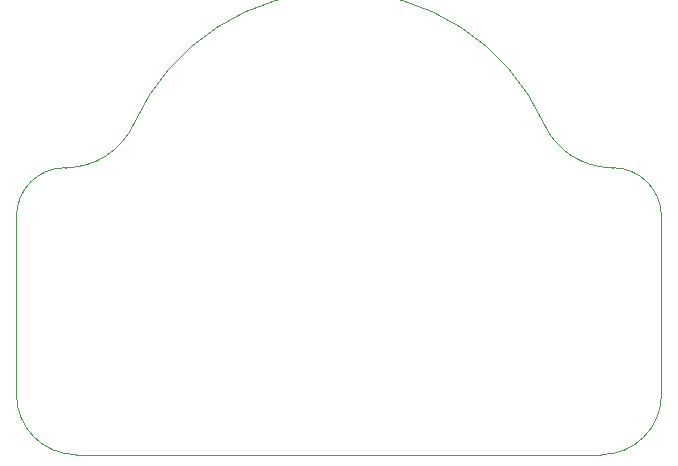
<source format=gbr>
%TF.GenerationSoftware,KiCad,Pcbnew,(5.1.9)-1*%
%TF.CreationDate,2021-11-07T13:18:06-07:00*%
%TF.ProjectId,dual_needle_gauge,6475616c-5f6e-4656-9564-6c655f676175,rev?*%
%TF.SameCoordinates,Original*%
%TF.FileFunction,Profile,NP*%
%FSLAX46Y46*%
G04 Gerber Fmt 4.6, Leading zero omitted, Abs format (unit mm)*
G04 Created by KiCad (PCBNEW (5.1.9)-1) date 2021-11-07 13:18:06*
%MOMM*%
%LPD*%
G01*
G04 APERTURE LIST*
%TA.AperFunction,Profile*%
%ADD10C,0.050000*%
%TD*%
G04 APERTURE END LIST*
D10*
X209496840Y-133829831D02*
G75*
G02*
X204416840Y-138909831I-5080000J0D01*
G01*
X159966842Y-138909831D02*
G75*
G02*
X154886842Y-133829831I0J5080000D01*
G01*
X164836362Y-110888890D02*
G75*
G02*
X199545583Y-110885052I17355479J-7854286D01*
G01*
X154886842Y-118743176D02*
X154886842Y-133829831D01*
X205325951Y-114615676D02*
G75*
G02*
X199545583Y-110885052I4213J6350000D01*
G01*
X164836360Y-110888890D02*
G75*
G02*
X159053518Y-114615677I-5782842J2623214D01*
G01*
X209496840Y-118743176D02*
X209496840Y-133829831D01*
X205369341Y-114615677D02*
G75*
G02*
X209496840Y-118743176I0J-4127499D01*
G01*
X154886841Y-118743176D02*
G75*
G02*
X159014341Y-114615676I4127500J0D01*
G01*
X159053518Y-114615677D02*
X159014341Y-114615677D01*
X205369341Y-114615676D02*
X205325951Y-114615675D01*
X159966842Y-138909831D02*
X204416840Y-138909831D01*
M02*

</source>
